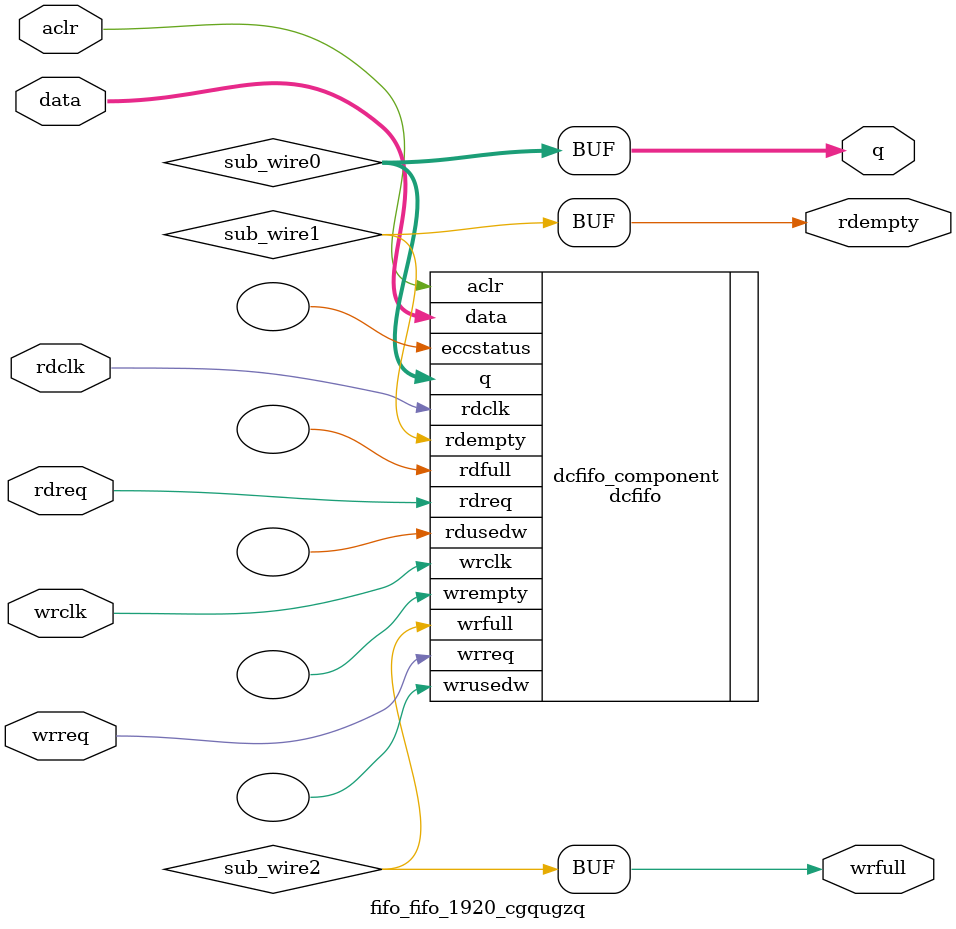
<source format=v>



`timescale 1 ps / 1 ps
// synopsys translate_on
module  fifo_fifo_1920_cgqugzq  (
    aclr,
    data,
    rdclk,
    rdreq,
    wrclk,
    wrreq,
    q,
    rdempty,
    wrfull);

    input    aclr;
    input  [31:0]  data;
    input    rdclk;
    input    rdreq;
    input    wrclk;
    input    wrreq;
    output [31:0]  q;
    output   rdempty;
    output   wrfull;
`ifndef ALTERA_RESERVED_QIS
// synopsys translate_off
`endif
    tri0     aclr;
`ifndef ALTERA_RESERVED_QIS
// synopsys translate_on
`endif

    wire [31:0] sub_wire0;
    wire  sub_wire1;
    wire  sub_wire2;
    wire [31:0] q = sub_wire0[31:0];
    wire  rdempty = sub_wire1;
    wire  wrfull = sub_wire2;

    dcfifo  dcfifo_component (
                .aclr (aclr),
                .data (data),
                .rdclk (rdclk),
                .rdreq (rdreq),
                .wrclk (wrclk),
                .wrreq (wrreq),
                .q (sub_wire0),
                .rdempty (sub_wire1),
                .wrfull (sub_wire2),
                .eccstatus (),
                .rdfull (),
                .rdusedw (),
                .wrempty (),
                .wrusedw ());
    defparam
        dcfifo_component.enable_ecc  = "FALSE",
        dcfifo_component.intended_device_family  = "Agilex",
        dcfifo_component.lpm_hint  = "DISABLE_DCFIFO_EMBEDDED_TIMING_CONSTRAINT=TRUE",
        dcfifo_component.lpm_numwords  = 1024,
        dcfifo_component.lpm_showahead  = "OFF",
        dcfifo_component.lpm_type  = "dcfifo",
        dcfifo_component.lpm_width  = 32,
        dcfifo_component.lpm_widthu  = 10,
        dcfifo_component.overflow_checking  = "ON",
        dcfifo_component.rdsync_delaypipe  = 4,
        dcfifo_component.read_aclr_synch  = "OFF",
        dcfifo_component.underflow_checking  = "ON",
        dcfifo_component.use_eab  = "ON",
        dcfifo_component.write_aclr_synch  = "OFF",
        dcfifo_component.wrsync_delaypipe  = 4;


endmodule



</source>
